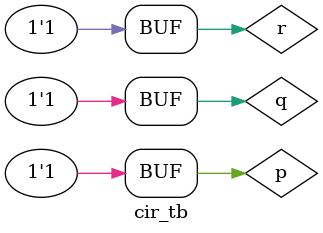
<source format=v>
module cir_dl(a, b, cin, S, cout);
input a, b, cin;
output S, cout;
wire w1, w2, w3;
assign w1=a ^ b;
assign S=w1 ^ cin;
assign w2=cin & w1;
assign w3=a & b;
assign cout=w2 | w3;
endmodule

module cir_tb;
reg p, q, r;
wire S, C;
cir_dl o1(p, q, r, S, C);
initial
begin
    p=1'b0;
    q=1'b0;
    r=1'b0;
    $monitor("Time:%0t a=%b b=%b cin=%b sum=%b cout=%b", $time, p, q, r, S, C);
    #5 p=1'b0; q=1'b0; r=1'b0;
    #5 p=1'b0; q=1'b0; r=1'b1;
    #5 p=1'b0; q=1'b1; r=1'b0;
    #5 p=1'b0; q=1'b1; r=1'b1;
    #5 p=1'b1; q=1'b0; r=1'b0;
    #5 p=1'b1; q=1'b0; r=1'b1;
    #5 p=1'b1; q=1'b1; r=1'b0;
    #5 p=1'b1; q=1'b1; r=1'b1;
end
endmodule
</source>
